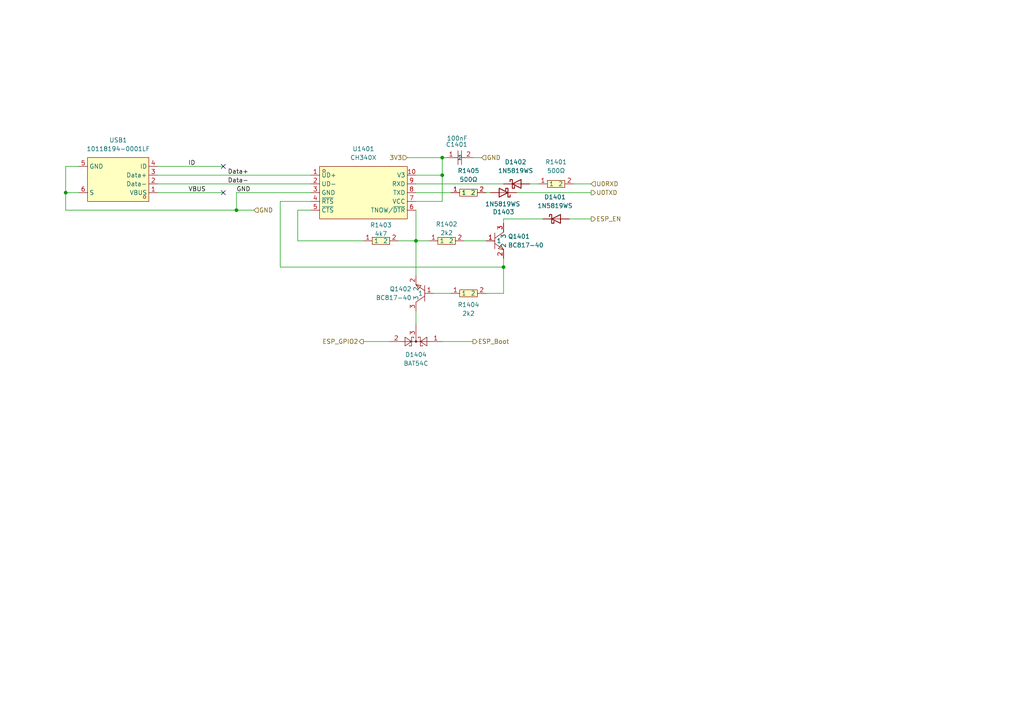
<source format=kicad_sch>
(kicad_sch (version 20250114) (generator "eeschema") (generator_version "9.0")
  (paper "A4")
  (title_block (title "E-Kart Option 1") (date "2025-04-01") (rev "1") (company "Leomax") (comment 1 "zentrale Steuer- und Kommunkationsplatine") (comment 2 "Bachelorarbiet") (comment 3 "Sebastian Hampl"))
  (lib_symbols
    (symbol "Diode:1N5819WS" (pin_numbers (hide yes)) (pin_names (offset 1.016) (hide yes))
      (property "Reference" "D" (at 0 2.54 0))
      (property "Value" "1N5819WS" (at 0 -2.54 0))
      (symbol "1N5819WS_0_1"
        (polyline (pts (xy -1.905 0.635) (xy -1.905 1.27) (xy -1.27 1.27) (xy -1.27 -1.27) (xy -0.635 -1.27) (xy -0.635 -0.635)) (stroke (width 0.254)))
        (polyline (pts (xy 1.27 1.27) (xy 1.27 -1.27) (xy -1.27 0) (xy 1.27 1.27)) (stroke (width 0.254)))
        (polyline (pts (xy 1.27 0) (xy -1.27 0)))
      )
      (symbol "1N5819WS_1_1"
        (pin passive line (at -3.81 0 0) (length 2.54) (name "K") (number "1"))
        (pin passive line (at 3.81 0 180) (length 2.54) (name "A") (number "2"))
      )
    )
    (symbol "Diode:BAT54C" (pin_names (offset 1.016))
      (property "Reference" "D" (at 0.635 -3.81 0))
      (property "Value" "BAT54C" (at -6.35 3.175 0))
      (symbol "BAT54C_0_1"
        (polyline (pts (xy -3.175 -1.27) (xy -3.175 1.27) (xy -1.27 0) (xy -3.175 -1.27)))
        (polyline (pts (xy -1.905 1.27) (xy -1.905 1.016)))
        (polyline (pts (xy -1.905 0) (xy 1.905 0)))
        (polyline (pts (xy -1.27 1.27) (xy -1.905 1.27)))
        (polyline (pts (xy -1.27 1.27) (xy -1.27 -1.27)))
        (polyline (pts (xy -1.27 0) (xy -3.81 0)))
        (polyline (pts (xy -1.27 -1.27) (xy -0.635 -1.27)))
        (polyline (pts (xy -0.635 -1.27) (xy -0.635 -1.016)))
        (circle (center 0 0) (radius 0.254) (fill (type outline)))
        (polyline (pts (xy 0.635 -1.27) (xy 0.635 -1.016)))
        (polyline (pts (xy 1.27 1.27) (xy 1.27 -1.27)))
        (polyline (pts (xy 1.27 1.27) (xy 1.905 1.27)))
        (polyline (pts (xy 1.27 -1.27) (xy 0.635 -1.27)))
        (polyline (pts (xy 1.905 1.27) (xy 1.905 1.016)))
        (polyline (pts (xy 3.175 -1.27) (xy 3.175 1.27) (xy 1.27 0) (xy 3.175 -1.27)))
        (polyline (pts (xy 3.81 0) (xy 1.27 0)))
      )
      (symbol "BAT54C_1_1"
        (pin passive line (at -7.62 0 0) (length 3.81) (name "~") (number "1"))
        (pin passive line (at 0 -5.08 90) (length 5.08) (name "~") (number "3"))
        (pin passive line (at 7.62 0 180) (length 3.81) (name "~") (number "2"))
      )
    )
    (symbol "easyeda2kicad:0603WAF2201T5E"
      (property "Reference" "R" (at 0 5.08 0))
      (property "Value" "0603WAF2201T5E" (at 0 -5.08 0))
      (symbol "0603WAF2201T5E_0_1"
        (rectangle (start -2.54 1.02) (end 2.54 -1.02) (fill (type background)))
        (pin input line (at -5.08 0 0) (length 2.54) (name "1") (number "1"))
        (pin input line (at 5.08 0 180) (length 2.54) (name "2") (number "2"))
      )
    )
    (symbol "easyeda2kicad:0603WAF4701T5E"
      (property "Reference" "R" (at 0 5.08 0))
      (property "Value" "0603WAF4701T5E" (at 0 -5.08 0))
      (symbol "0603WAF4701T5E_0_1"
        (rectangle (start -2.54 1.02) (end 2.54 -1.02) (fill (type background)))
        (pin input line (at -5.08 0 0) (length 2.54) (name "1") (number "1"))
        (pin input line (at 5.08 0 180) (length 2.54) (name "2") (number "2"))
      )
    )
    (symbol "easyeda2kicad:0603WAF4990T5E"
      (property "Reference" "R" (at 0 5.08 0))
      (property "Value" "0603WAF4990T5E" (at 0 -5.08 0))
      (symbol "0603WAF4990T5E_0_1"
        (rectangle (start -2.54 1.02) (end 2.54 -1.02) (fill (type background)))
        (pin input line (at -5.08 0 0) (length 2.54) (name "1") (number "1"))
        (pin input line (at 5.08 0 180) (length 2.54) (name "2") (number "2"))
      )
    )
    (symbol "easyeda2kicad:10118194-0001LF"
      (property "Reference" "USB" (at 0 7.62 0))
      (property "Value" "10118194-0001LF" (at 0 -10.16 0))
      (symbol "10118194-0001LF_0_1"
        (rectangle (start -8.89 5.08) (end 8.89 -7.62) (fill (type background)))
        (circle (center -7.62 3.81) (radius 0.38))
        (pin unspecified line (at -11.43 2.54 0) (length 2.54) (name "VBUS") (number "1"))
        (pin unspecified line (at -11.43 0 0) (length 2.54) (name "Data-") (number "2"))
        (pin unspecified line (at -11.43 -2.54 0) (length 2.54) (name "Data+") (number "3"))
        (pin unspecified line (at -11.43 -5.08 0) (length 2.54) (name "ID") (number "4"))
        (pin unspecified line (at 11.43 2.54 180) (length 2.54) (name "S") (number "6"))
        (pin unspecified line (at 11.43 -5.08 180) (length 2.54) (name "GND") (number "5"))
      )
    )
    (symbol "easyeda2kicad:BC817-40"
      (property "Reference" "Q" (at 0 10.16 0))
      (property "Value" "BC817-40" (at 0 -10.16 0))
      (symbol "BC817-40_0_1"
        (polyline (pts (xy 0 2.29) (xy 0 -2.29)))
        (polyline (pts (xy 0 -0.76) (xy 2.54 -2.54)))
        (polyline (pts (xy 2.54 2.54) (xy 0 0.76)))
        (polyline (pts (xy 2.54 -2.54) (xy 1.78 -1.27) (xy 1.02 -2.29) (xy 2.54 -2.54)) (fill (type background)))
        (pin input line (at -2.54 0 0) (length 2.54) (name "1") (number "1"))
        (pin input line (at 2.54 5.08 270) (length 2.54) (name "3") (number "3"))
        (pin input line (at 2.54 -5.08 90) (length 2.54) (name "2") (number "2"))
      )
    )
    (symbol "easyeda2kicad:CH340X"
      (property "Reference" "U" (at 0 10.16 0))
      (property "Value" "CH340X" (at 0 -10.16 0))
      (symbol "CH340X_0_1"
        (rectangle (start -12.7 7.62) (end 12.7 -7.62) (fill (type background)))
        (circle (center -11.43 6.35) (radius 0.38))
        (pin unspecified line (at -15.24 5.08 0) (length 2.54) (name "UD+") (number "1"))
        (pin unspecified line (at -15.24 2.54 0) (length 2.54) (name "UD-") (number "2"))
        (pin unspecified line (at -15.24 0 0) (length 2.54) (name "GND") (number "3"))
        (pin unspecified line (at -15.24 -2.54 0) (length 2.54) (name "~{RTS}") (number "4"))
        (pin unspecified line (at -15.24 -5.08 0) (length 2.54) (name "~{CTS}") (number "5"))
        (pin unspecified line (at 15.24 5.08 180) (length 2.54) (name "V3") (number "10"))
        (pin unspecified line (at 15.24 2.54 180) (length 2.54) (name "RXD") (number "9"))
        (pin unspecified line (at 15.24 0 180) (length 2.54) (name "TXD") (number "8"))
        (pin unspecified line (at 15.24 -2.54 180) (length 2.54) (name "VCC") (number "7"))
        (pin unspecified line (at 15.24 -5.08 180) (length 2.54) (name "TNOW/~{DTR}") (number "6"))
      )
    )
    (symbol "easyeda2kicad:CL10B104KA8NNNC"
      (property "Reference" "C" (at 0 5.08 0))
      (property "Value" "CL10B104KA8NNNC" (at 0 -5.08 0))
      (symbol "CL10B104KA8NNNC_0_1"
        (polyline (pts (xy -1.27 0) (xy -0.51 0)))
        (polyline (pts (xy -0.51 2.03) (xy -0.51 -2.03)))
        (polyline (pts (xy 0.51 2.03) (xy 0.51 -2.03)))
        (polyline (pts (xy 0.51 0) (xy 1.27 0)))
        (pin input line (at -3.81 0 0) (length 2.54) (name "1") (number "1"))
        (pin input line (at 3.81 0 180) (length 2.54) (name "2") (number "2"))
      )
    )
  )
  (junction (at 120.65 69.85))
  (junction (at 68.58 60.96))
  (junction (at 146.05 77.47))
  (junction (at 128.27 50.8))
  (junction (at 19.05 55.88))
  (junction (at 128.27 45.72))
  (no_connect (at 64.77 48.26))
  (no_connect (at 64.77 55.88))
  (wire (pts (xy 19.05 48.26) (xy 22.86 48.26)))
  (wire (pts (xy 139.7 45.72) (xy 137.16 45.72)))
  (wire (pts (xy 165.1 63.5) (xy 171.45 63.5)))
  (wire (pts (xy 86.36 69.85) (xy 86.36 60.96)))
  (wire (pts (xy 105.41 69.85) (xy 86.36 69.85)))
  (wire (pts (xy 120.65 53.34) (xy 146.05 53.34)))
  (wire (pts (xy 120.65 60.96) (xy 120.65 69.85)))
  (wire (pts (xy 68.58 55.88) (xy 90.17 55.88)))
  (wire (pts (xy 19.05 60.96) (xy 19.05 55.88)))
  (wire (pts (xy 81.28 77.47) (xy 146.05 77.47)))
  (wire (pts (xy 19.05 55.88) (xy 22.86 55.88)))
  (wire (pts (xy 105.41 99.06) (xy 113.03 99.06)))
  (wire (pts (xy 120.65 69.85) (xy 120.65 80.01)))
  (wire (pts (xy 120.65 58.42) (xy 128.27 58.42)))
  (wire (pts (xy 19.05 48.26) (xy 19.05 55.88)))
  (wire (pts (xy 81.28 58.42) (xy 90.17 58.42)))
  (wire (pts (xy 166.37 53.34) (xy 171.45 53.34)))
  (wire (pts (xy 134.62 69.85) (xy 140.97 69.85)))
  (wire (pts (xy 149.86 55.88) (xy 171.45 55.88)))
  (wire (pts (xy 146.05 77.47) (xy 146.05 85.09)))
  (wire (pts (xy 137.16 99.06) (xy 128.27 99.06)))
  (wire (pts (xy 146.05 64.77) (xy 146.05 63.5)))
  (wire (pts (xy 81.28 77.47) (xy 81.28 58.42)))
  (wire (pts (xy 128.27 50.8) (xy 128.27 58.42)))
  (wire (pts (xy 45.72 55.88) (xy 64.77 55.88)))
  (wire (pts (xy 45.72 50.8) (xy 90.17 50.8)))
  (wire (pts (xy 146.05 85.09) (xy 140.97 85.09)))
  (wire (pts (xy 120.65 90.17) (xy 120.65 93.98)))
  (wire (pts (xy 129.54 45.72) (xy 128.27 45.72)))
  (wire (pts (xy 118.11 45.72) (xy 128.27 45.72)))
  (wire (pts (xy 115.57 69.85) (xy 120.65 69.85)))
  (wire (pts (xy 140.97 55.88) (xy 142.24 55.88)))
  (wire (pts (xy 153.67 53.34) (xy 156.21 53.34)))
  (wire (pts (xy 125.73 85.09) (xy 130.81 85.09)))
  (wire (pts (xy 45.72 48.26) (xy 64.77 48.26)))
  (wire (pts (xy 120.65 55.88) (xy 130.81 55.88)))
  (wire (pts (xy 120.65 50.8) (xy 128.27 50.8)))
  (wire (pts (xy 68.58 60.96) (xy 73.66 60.96)))
  (wire (pts (xy 19.05 60.96) (xy 68.58 60.96)))
  (wire (pts (xy 45.72 53.34) (xy 90.17 53.34)))
  (wire (pts (xy 146.05 63.5) (xy 157.48 63.5)))
  (wire (pts (xy 128.27 50.8) (xy 128.27 45.72)))
  (wire (pts (xy 86.36 60.96) (xy 90.17 60.96)))
  (wire (pts (xy 120.65 69.85) (xy 124.46 69.85)))
  (wire (pts (xy 68.58 55.88) (xy 68.58 60.96)))
  (wire (pts (xy 146.05 74.93) (xy 146.05 77.47)))
  (label "GND" (at 68.58 55.88 0))
  (label "ID" (at 54.61 48.26 0))
  (label "Data+" (at 66.04 50.8 0))
  (label "Data-" (at 66.04 53.34 0))
  (label "VBUS" (at 54.61 55.88 0))
  (hierarchical_label "ESP_EN" (shape output) (at 171.45 63.5 0))
  (hierarchical_label "ESP_Boot" (shape output) (at 137.16 99.06 0))
  (hierarchical_label "3V3" (shape input) (at 118.11 45.72 180))
  (hierarchical_label "U0RXD" (shape input) (at 171.45 53.34 0))
  (hierarchical_label "U0TXD" (shape output) (at 171.45 55.88 0))
  (hierarchical_label "GND" (shape input) (at 73.66 60.96 0))
  (hierarchical_label "GND" (shape input) (at 139.7 45.72 0))
  (hierarchical_label "ESP_GPIO2" (shape output) (at 105.41 99.06 180))
  (symbol (lib_id "easyeda2kicad:BC817-40") (at 143.51 69.85 0) (unit 1)
    (property "Reference" "Q1401" (at 147.32 68.5799 0) (effects (justify left)))
    (property "Value" "BC817-40" (at 147.32 71.1199 0) (effects (justify left)))
    (property "Footprint" "easyeda2kicad:SOT-23-3_L2.9-W1.3-P1.90-LS2.4-BR" (effects (hide yes)))
    (property "Datasheet" "https://lcsc.com/product-detail/Transistors-NPN-PNP_BC817-40-chip0-4_C181151.html" (effects (hide yes)))
    (property "LCSC Part" "C181151" (effects (hide yes)))
  )
  (symbol (lib_id "easyeda2kicad:0603WAF2201T5E") (at 129.54 69.85 0) (unit 1)
    (property "Reference" "R1402" (at 129.54 65.024 0))
    (property "Value" "2k2" (at 129.54 67.564 0))
    (property "Footprint" "easyeda2kicad:R0603" (effects (hide yes)))
    (property "Datasheet" "https://lcsc.com/product-detail/Chip-Resistor-Surface-Mount-UniOhm_2-2KR-2201-1_C4190.html" (effects (hide yes)))
    (property "LCSC Part" "C4190" (effects (hide yes)))
  )
  (symbol (lib_id "easyeda2kicad:0603WAF4990T5E") (at 161.29 53.34 0) (unit 1)
    (property "Reference" "R1401" (at 161.29 46.99 0))
    (property "Value" "500Ω" (at 161.29 49.53 0))
    (property "Footprint" "easyeda2kicad:R0603" (effects (hide yes)))
    (property "Datasheet" "https://lcsc.com/product-detail/Chip-Resistor-Surface-Mount-UniOhm_499R-4990-1_C23065.html" (effects (hide yes)))
    (property "LCSC Part" "C23065" (effects (hide yes)))
  )
  (symbol (lib_id "easyeda2kicad:CH340X") (at 105.41 55.88 0) (unit 1)
    (property "Reference" "U1401" (at 105.41 43.18 0))
    (property "Value" "CH340X" (at 105.41 45.72 0))
    (property "Footprint" "easyeda2kicad:MSOP-10_L3.0-W3.0-P0.50-LS5.0-BL" (effects (hide yes)))
    (property "LCSC Part" "C3035748" (effects (hide yes)))
  )
  (symbol (lib_id "easyeda2kicad:CL10B104KA8NNNC") (at 133.35 45.72 0) (unit 1)
    (property "Reference" "C1401" (at 135.636 41.91 0) (effects (justify right)))
    (property "Value" "100nF" (at 135.636 40.132 0) (effects (justify right)))
    (property "Footprint" "easyeda2kicad:C0603" (effects (hide yes)))
    (property "Datasheet" "https://lcsc.com/product-detail/Multilayer-Ceramic-Capacitors-MLCC-SMD-SMT_SAMSUNG_CL10B104KA8NNNC_100nF-104-10-25V_C1590.html" (effects (hide yes)))
    (property "LCSC Part" "C1590" (effects (hide yes)))
  )
  (symbol (lib_id "easyeda2kicad:0603WAF4701T5E") (at 110.49 69.85 0) (unit 1)
    (property "Reference" "R1403" (at 110.49 65.278 0))
    (property "Value" "4k7" (at 110.49 67.818 0))
    (property "Footprint" "easyeda2kicad:R0603" (effects (hide yes)))
    (property "Datasheet" "https://lcsc.com/product-detail/Chip-Resistor-Surface-Mount-UniOhm_4-7KR-4701-1_C23162.html" (effects (hide yes)))
    (property "LCSC Part" "C23162" (effects (hide yes)))
  )
  (symbol (lib_id "Diode:BAT54C") (at 120.65 99.06 180) (unit 1)
    (property "Reference" "D1404" (at 120.65 102.87 0))
    (property "Value" "BAT54C" (at 120.65 105.41 0))
    (property "Footprint" "Package_TO_SOT_SMD:SOT-23" (effects (hide yes)))
    (property "Datasheet" "http://www.diodes.com/_files/datasheets/ds11005.pdf" (effects (hide yes)))
    (property "Description" "dual schottky barrier diode, common cathode" (effects (hide yes)))
  )
  (symbol (lib_id "easyeda2kicad:0603WAF2201T5E") (at 135.89 85.09 0) (unit 1)
    (property "Reference" "R1404" (at 135.89 88.392 0))
    (property "Value" "2k2" (at 135.89 90.932 0))
    (property "Footprint" "easyeda2kicad:R0603" (effects (hide yes)))
    (property "Datasheet" "https://lcsc.com/product-detail/Chip-Resistor-Surface-Mount-UniOhm_2-2KR-2201-1_C4190.html" (effects (hide yes)))
    (property "LCSC Part" "C4190" (effects (hide yes)))
  )
  (symbol (lib_id "easyeda2kicad:BC817-40") (at 123.19 85.09 180) (unit 1)
    (property "Reference" "Q1402" (at 119.38 83.8199 0) (effects (justify left)))
    (property "Value" "BC817-40" (at 119.38 86.3599 0) (effects (justify left)))
    (property "Footprint" "easyeda2kicad:SOT-23-3_L2.9-W1.3-P1.90-LS2.4-BR" (effects (hide yes)))
    (property "Datasheet" "https://lcsc.com/product-detail/Transistors-NPN-PNP_BC817-40-chip0-4_C181151.html" (effects (hide yes)))
    (property "LCSC Part" "C181151" (effects (hide yes)))
  )
  (symbol (lib_id "Diode:1N5819WS") (at 146.05 55.88 180) (unit 1)
    (property "Reference" "D1403" (at 146.05 61.468 0))
    (property "Value" "1N5819WS" (at 145.796 59.182 0))
    (property "Footprint" "Diode_SMD:D_SOD-323" (effects (hide yes)))
    (property "Datasheet" "https://datasheet.lcsc.com/lcsc/2204281430_Guangdong-Hottech-1N5819WS_C191023.pdf" (effects (hide yes)))
    (property "Description" "40V 600mV@1A 1A SOD-323 Schottky Barrier Diodes, SOD-323" (effects (hide yes)))
  )
  (symbol (lib_id "easyeda2kicad:10118194-0001LF") (at 34.29 53.34 180) (unit 1)
    (property "Reference" "USB1" (at 34.29 40.64 0))
    (property "Value" "10118194-0001LF" (at 34.29 43.18 0))
    (property "Footprint" "easyeda2kicad:MICRO-USB-SMD_10118194-0001LF" (effects (hide yes)))
    (property "Datasheet" "https://lcsc.com/product-detail/USB-Connectors_Amphenol_10118194-0001LF_10118194-0001LF_C132563.html" (effects (hide yes)))
    (property "LCSC Part" "C132563" (effects (hide yes)))
  )
  (symbol (lib_id "easyeda2kicad:0603WAF4990T5E") (at 135.89 55.88 0) (unit 1)
    (property "Reference" "R1405" (at 135.89 49.53 0))
    (property "Value" "500Ω" (at 135.89 52.07 0))
    (property "Footprint" "easyeda2kicad:R0603" (effects (hide yes)))
    (property "Datasheet" "https://lcsc.com/product-detail/Chip-Resistor-Surface-Mount-UniOhm_499R-4990-1_C23065.html" (effects (hide yes)))
    (property "LCSC Part" "C23065" (effects (hide yes)))
  )
  (symbol (lib_id "Diode:1N5819WS") (at 149.86 53.34 0) (unit 1)
    (property "Reference" "D1402" (at 149.5425 46.99 0))
    (property "Value" "1N5819WS" (at 149.5425 49.53 0))
    (property "Footprint" "Diode_SMD:D_SOD-323" (effects (hide yes)))
    (property "Datasheet" "https://datasheet.lcsc.com/lcsc/2204281430_Guangdong-Hottech-1N5819WS_C191023.pdf" (effects (hide yes)))
    (property "Description" "40V 600mV@1A 1A SOD-323 Schottky Barrier Diodes, SOD-323" (effects (hide yes)))
  )
  (symbol (lib_id "Diode:1N5819WS") (at 161.29 63.5 0) (unit 1)
    (property "Reference" "D1401" (at 160.9725 57.15 0))
    (property "Value" "1N5819WS" (at 160.9725 59.69 0))
    (property "Footprint" "Diode_SMD:D_SOD-323" (effects (hide yes)))
    (property "Datasheet" "https://datasheet.lcsc.com/lcsc/2204281430_Guangdong-Hottech-1N5819WS_C191023.pdf" (effects (hide yes)))
    (property "Description" "40V 600mV@1A 1A SOD-323 Schottky Barrier Diodes, SOD-323" (effects (hide yes)))
  )
)
</source>
